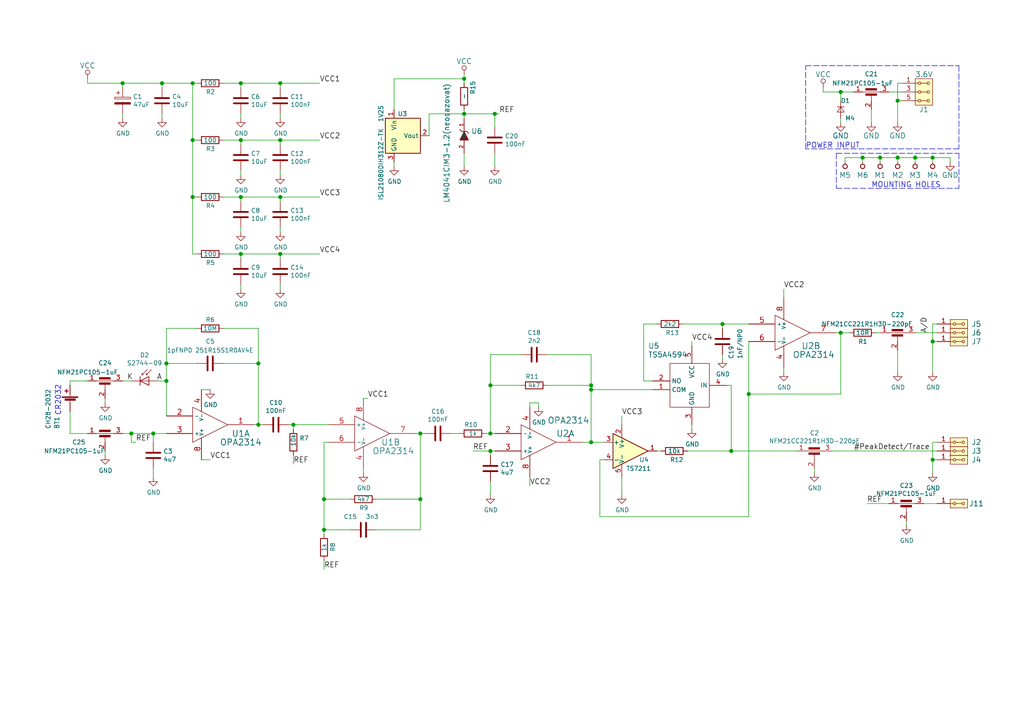
<source format=kicad_sch>
(kicad_sch (version 20211123) (generator eeschema)
  (paper "A4")
  (title_block (date "%F") (company "MLAB www.mlab.cz") (comment 1 "VERSION") (comment 2 "Battery biasedPIN diode\\ncosmic radiation detector") (comment 3 "Martin Kakona <kakl@mlab.cz>") (comment 4 "GPL 3"))
  (lib_symbols
    (symbol "Amplifier_Operational:OP179GRT" (pin_names (offset 0.127))
      (property "Reference" "U" (at 0 5.08 0))
      (property "Value" "OP179GRT" (at 0 -5.08 0))
      (symbol "OP179GRT_0_1"
        (polyline (pts (xy -5.08 5.08) (xy 5.08 0) (xy -5.08 -5.08) (xy -5.08 5.08)) (stroke (width 0.254)) (fill (type background)))
        (pin power_in line (at -2.54 7.62 270) (length 3.81) (name "V+") (number "2"))
        (pin power_in line (at -2.54 -7.62 90) (length 3.81) (name "V-") (number "5"))
      )
      (symbol "OP179GRT_1_1"
        (pin output line (at 7.62 0 180) (length 2.54) (name "~") (number "1"))
        (pin input line (at -7.62 2.54 0) (length 2.54) (name "+") (number "3"))
        (pin input line (at -7.62 -2.54 0) (length 2.54) (name "-") (number "4"))
      )
    )
    (symbol "Device:Battery_Cell" (pin_numbers hide) (pin_names (offset 0) hide)
      (property "Reference" "BT" (at 2.54 2.54 0))
      (property "Value" "Battery_Cell" (at 2.54 0 0))
      (symbol "Battery_Cell_0_1"
        (rectangle (start -2.286 1.778) (end 2.286 1.524) (fill (type outline)))
        (rectangle (start -1.5748 1.1938) (end 1.4732 0.6858) (fill (type outline)))
        (polyline (pts (xy 0 0.762) (xy 0 0)))
        (polyline (pts (xy 0 1.778) (xy 0 2.54)))
        (polyline (pts (xy 0.508 3.429) (xy 1.524 3.429)) (stroke (width 0.254)))
        (polyline (pts (xy 1.016 3.937) (xy 1.016 2.921)) (stroke (width 0.254)))
      )
      (symbol "Battery_Cell_1_1"
        (pin passive line (at 0 5.08 270) (length 2.54) (name "+") (number "1"))
        (pin passive line (at 0 -2.54 90) (length 2.54) (name "-") (number "2"))
      )
    )
    (symbol "Device:C" (pin_numbers hide) (pin_names (offset 0.254))
      (property "Reference" "C" (at 0.635 2.54 0))
      (property "Value" "C" (at 0.635 -2.54 0))
      (symbol "C_0_1"
        (polyline (pts (xy -2.032 -0.762) (xy 2.032 -0.762)) (stroke (width 0.508)))
        (polyline (pts (xy -2.032 0.762) (xy 2.032 0.762)) (stroke (width 0.508)))
      )
      (symbol "C_1_1"
        (pin passive line (at 0 3.81 270) (length 2.794) (name "~") (number "1"))
        (pin passive line (at 0 -3.81 90) (length 2.794) (name "~") (number "2"))
      )
    )
    (symbol "Device:CP" (pin_numbers hide) (pin_names (offset 0.254))
      (property "Reference" "C" (at 0.635 2.54 0))
      (property "Value" "CP" (at 0.635 -2.54 0))
      (symbol "CP_0_1"
        (rectangle (start -2.286 0.508) (end 2.286 1.016))
        (polyline (pts (xy -1.778 2.286) (xy -0.762 2.286)))
        (polyline (pts (xy -1.27 2.794) (xy -1.27 1.778)))
        (rectangle (start 2.286 -0.508) (end -2.286 -1.016) (fill (type outline)))
      )
      (symbol "CP_1_1"
        (pin passive line (at 0 3.81 270) (length 2.794) (name "~") (number "1"))
        (pin passive line (at 0 -3.81 90) (length 2.794) (name "~") (number "2"))
      )
    )
    (symbol "Device:D_Photo" (pin_numbers hide) (pin_names hide)
      (property "Reference" "D" (at 0.508 1.778 0))
      (property "Value" "D_Photo" (at -1.016 -2.794 0))
      (symbol "D_Photo_0_1"
        (polyline (pts (xy -2.54 1.27) (xy -2.54 -1.27)) (stroke (width 0.2032)))
        (polyline (pts (xy -2.032 1.778) (xy -1.524 1.778)))
        (polyline (pts (xy 0 0) (xy -2.54 0)))
        (polyline (pts (xy -0.508 3.302) (xy -2.032 1.778) (xy -2.032 2.286)))
        (polyline (pts (xy 0 -1.27) (xy 0 1.27) (xy -2.54 0) (xy 0 -1.27)) (stroke (width 0.2032)))
        (polyline (pts (xy 0.762 3.302) (xy -0.762 1.778) (xy -0.762 2.286) (xy -0.762 1.778) (xy -0.254 1.778)))
      )
      (symbol "D_Photo_1_1"
        (pin passive line (at -5.08 0 0) (length 2.54) (name "K") (number "1"))
        (pin passive line (at 2.54 0 180) (length 2.54) (name "A") (number "2"))
      )
    )
    (symbol "Device:D_Small" (pin_numbers hide) (pin_names (offset 0.254) hide)
      (property "Reference" "D" (at -1.27 2.032 0))
      (property "Value" "D_Small" (at -3.81 -2.032 0))
      (symbol "D_Small_0_1"
        (polyline (pts (xy -0.762 -1.016) (xy -0.762 1.016)))
        (polyline (pts (xy -0.762 0) (xy 0.762 0)))
        (polyline (pts (xy 0.762 -1.016) (xy -0.762 0) (xy 0.762 1.016) (xy 0.762 -1.016)))
      )
      (symbol "D_Small_1_1"
        (pin passive line (at -2.54 0 0) (length 1.778) (name "K") (number "1"))
        (pin passive line (at 2.54 0 180) (length 1.778) (name "A") (number "2"))
      )
    )
    (symbol "Device:EMI_Filter_C" (pin_names (offset 0.254) hide)
      (property "Reference" "C" (at 0 7.62 0))
      (property "Value" "EMI_Filter_C" (at 0 5.715 0))
      (symbol "EMI_Filter_C_0_1"
        (rectangle (start -1.651 1.524) (end 1.524 2.032) (fill (type outline)))
        (polyline (pts (xy -2.54 2.54) (xy 2.54 2.54)))
        (polyline (pts (xy 0 0) (xy 0 1.778)))
        (rectangle (start 1.524 3.048) (end -1.651 3.556) (fill (type outline)))
      )
      (symbol "EMI_Filter_C_1_1"
        (pin passive line (at -5.08 2.54 0) (length 2.54) (name "1") (number "1"))
        (pin passive line (at 0 -2.54 90) (length 2.54) (name "2") (number "2"))
        (pin passive line (at 5.08 2.54 180) (length 2.54) (name "3") (number "3"))
      )
    )
    (symbol "Device:R" (pin_numbers hide) (pin_names (offset 0))
      (property "Reference" "R" (at 2.032 0 90))
      (property "Value" "R" (at 0 0 90))
      (symbol "R_0_1"
        (rectangle (start -1.016 -2.54) (end 1.016 2.54) (stroke (width 0.254)))
      )
      (symbol "R_1_1"
        (pin passive line (at 0 3.81 270) (length 1.27) (name "~") (number "1"))
        (pin passive line (at 0 -3.81 90) (length 1.27) (name "~") (number "2"))
      )
    )
    (symbol "MLAB_D:LM4041CIM3-1.2" (pin_names (offset 1.016))
      (property "Reference" "U" (at -3.81 5.08 0))
      (property "Value" "LM4041CIM3-1.2" (at 1.27 -5.08 0))
      (symbol "LM4041CIM3-1.2_1_1"
        (polyline (pts (xy 1.27 0) (xy -1.27 1.27) (xy -1.27 -1.27) (xy 1.27 0) (xy 1.27 0)) (fill (type outline)))
        (polyline (pts (xy 1.778 1.27) (xy 1.27 0.762) (xy 1.27 -0.762) (xy 0.762 -1.27) (xy 0.762 -1.27)) (stroke (width 0.2032)))
        (pin passive line (at 5.08 0 180) (length 3.81) (name "K") (number "1"))
        (pin passive line (at -5.08 0 0) (length 3.81) (name "A") (number "2"))
      )
    )
    (symbol "MLAB_HEADER:HEADER_2x01_PARALLEL" (pin_names (offset 1.016))
      (property "Reference" "J" (at 0 -2.54 0))
      (property "Value" "HEADER_2x01_PARALLEL" (at 0 2.54 0))
      (symbol "HEADER_2x01_PARALLEL_0_1"
        (rectangle (start -2.54 1.27) (end 2.54 -1.27) (fill (type background)))
        (circle (center -1.27 0) (radius 0.381))
        (polyline (pts (xy -1.651 0) (xy -2.54 0)))
        (polyline (pts (xy -0.889 0) (xy 0.889 0)))
        (circle (center 1.27 0) (radius 0.381))
      )
      (symbol "HEADER_2x01_PARALLEL_1_1"
        (pin input line (at -6.35 0 0) (length 3.81) (name "~") (number "1"))
        (pin input line (at -6.35 0 0) (length 3.81) hide (name "~") (number "2"))
      )
    )
    (symbol "MLAB_HEADER:HEADER_2x03_PARALLEL" (pin_names (offset 1.016))
      (property "Reference" "J" (at 0 -5.08 0))
      (property "Value" "HEADER_2x03_PARALLEL" (at 0 5.08 0))
      (symbol "HEADER_2x03_PARALLEL_0_1"
        (rectangle (start -2.54 3.81) (end 2.54 -3.81) (fill (type background)))
        (circle (center -1.27 -2.54) (radius 0.381))
        (circle (center -1.27 0) (radius 0.381))
        (circle (center -1.27 2.54) (radius 0.381))
        (polyline (pts (xy -1.651 -2.54) (xy -2.54 -2.54)))
        (polyline (pts (xy -1.651 0) (xy -2.54 0)))
        (polyline (pts (xy -1.651 2.54) (xy -2.54 2.54)))
        (polyline (pts (xy -0.889 -2.54) (xy 0.889 -2.54)))
        (polyline (pts (xy -0.889 0) (xy 0.889 0)))
        (polyline (pts (xy -0.889 2.54) (xy 0.889 2.54)))
        (circle (center 1.27 -2.54) (radius 0.381))
        (circle (center 1.27 0) (radius 0.381))
        (circle (center 1.27 2.54) (radius 0.381))
      )
      (symbol "HEADER_2x03_PARALLEL_1_1"
        (pin input line (at -6.35 2.54 0) (length 3.81) (name "~") (number "1"))
        (pin input line (at -6.35 2.54 0) (length 3.81) hide (name "~") (number "2"))
        (pin input line (at -6.35 0 0) (length 3.81) (name "~") (number "3"))
        (pin input line (at -6.35 0 0) (length 3.81) hide (name "~") (number "4"))
        (pin input line (at -6.35 -2.54 0) (length 3.81) (name "~") (number "5"))
        (pin input line (at -6.35 -2.54 0) (length 3.81) hide (name "~") (number "6"))
      )
    )
    (symbol "MLAB_IO:AD8692"
      (property "Reference" "U" (at 3.81 7.62 0))
      (property "Value" "AD8692" (at 3.81 5.08 0))
      (property "Datasheet" "op_amps/tl071.pdf" (at 0 0 0))
      (symbol "AD8692_0_1"
        (polyline (pts (xy -5.08 5.08) (xy 5.08 0) (xy -5.08 -5.08) (xy -5.08 5.08)))
      )
      (symbol "AD8692_1_1"
        (pin output line (at 12.7 0 180) (length 7.62) (name "~") (number "1"))
        (pin input line (at -12.7 -2.54 0) (length 7.62) (name "-") (number "2"))
        (pin input line (at -12.7 2.54 0) (length 7.62) (name "+") (number "3"))
        (pin passive line (at -2.54 -10.16 90) (length 6.35) (name "V-") (number "4"))
        (pin passive line (at -2.54 10.16 270) (length 6.35) (name "V+") (number "8"))
      )
      (symbol "AD8692_2_1"
        (pin passive line (at -2.54 -10.16 90) (length 6.35) (name "V-") (number "4"))
        (pin input line (at -12.7 2.54 0) (length 7.62) (name "+") (number "5"))
        (pin input line (at -12.7 -2.54 0) (length 7.62) (name "-") (number "6"))
        (pin output line (at 12.7 0 180) (length 7.62) (name "~") (number "7"))
        (pin passive line (at -2.54 10.16 270) (length 6.35) (name "V+") (number "8"))
      )
    )
    (symbol "MLAB_IO:TS5A4594"
      (property "Reference" "U" (at 3.81 7.62 0))
      (property "Value" "TS5A4594" (at 6.35 -7.62 0))
      (symbol "TS5A4594_0_1"
        (rectangle (start -6.35 6.35) (end 5.08 -6.35))
      )
      (symbol "TS5A4594_1_1"
        (pin passive line (at -11.43 -1.27 0) (length 5.08) (name "COM") (number "1"))
        (pin passive line (at -11.43 1.27 0) (length 5.08) (name "NO") (number "2"))
        (pin power_in line (at 0 -11.43 90) (length 5.08) (name "GND") (number "3"))
        (pin bidirectional line (at 10.16 0 180) (length 5.08) (name "IN") (number "4"))
        (pin power_in line (at 0 11.43 270) (length 5.08) (name "VCC") (number "5"))
      )
    )
    (symbol "MLAB_MECHANICAL:HOLE" (pin_numbers hide) (pin_names (offset 1.016) hide)
      (property "Reference" "M" (at 0 2.54 0))
      (property "Value" "HOLE" (at 0 -2.54 0))
      (symbol "HOLE_0_1"
        (circle (center 0 0) (radius 0.635) (stroke (width 0.254)))
      )
      (symbol "HOLE_1_1"
        (pin input line (at 1.27 0 180) (length 0.635) (name "~") (number "1"))
      )
    )
    (symbol "Reference_Voltage:ISL21070CIH320Z-TK"
      (property "Reference" "U" (at -0.635 8.255 0))
      (property "Value" "ISL21070CIH320Z-TK" (at -1.905 6.35 0))
      (symbol "ISL21070CIH320Z-TK_0_1"
        (rectangle (start -5.08 5.08) (end 5.08 -5.08) (stroke (width 0.254)) (fill (type background)))
      )
      (symbol "ISL21070CIH320Z-TK_1_1"
        (pin power_in line (at -2.54 7.62 270) (length 2.54) (name "Vin") (number "1"))
        (pin power_out line (at 7.62 0 180) (length 2.54) (name "Vout") (number "2"))
        (pin power_in line (at -2.54 -7.62 90) (length 2.54) (name "GND") (number "3"))
      )
    )
    (symbol "power:GND" (power) (pin_names (offset 0))
      (property "Value" "GND" (at 0 -3.81 0))
      (symbol "GND_0_1"
        (polyline (pts (xy 0 0) (xy 0 -1.27) (xy 1.27 -1.27) (xy 0 -2.54) (xy -1.27 -1.27) (xy 0 -1.27)))
      )
      (symbol "GND_1_1"
        (pin power_in line (at 0 0 270) (length 0) hide (name "GND") (number "1"))
      )
    )
    (symbol "power:VCC" (power) (pin_names (offset 0))
      (property "Value" "VCC" (at 0 3.81 0))
      (symbol "VCC_0_1"
        (polyline (pts (xy 0 0) (xy 0 1.27)))
        (circle (center 0 1.905) (radius 0.635))
      )
      (symbol "VCC_1_1"
        (pin power_in line (at 0 0 90) (length 0) hide (name "VCC") (number "1"))
      )
    )
  )
  (junction (at 93.98 153.67) (diameter 1.016))
  (junction (at 260.35 45.72) (diameter 1.016))
  (junction (at 121.92 144.78) (diameter 1.016))
  (junction (at 142.24 111.76) (diameter 1.016))
  (junction (at 69.85 40.64) (diameter 1.016))
  (junction (at 121.92 125.73) (diameter 1.016))
  (junction (at 69.85 24.13) (diameter 1.016))
  (junction (at 134.62 22.86) (diameter 1.016))
  (junction (at 74.93 123.19) (diameter 1.016))
  (junction (at 38.1 125.73) (diameter 1.016))
  (junction (at 265.43 45.72) (diameter 1.016))
  (junction (at 260.35 29.21) (diameter 1.016))
  (junction (at 270.51 99.06) (diameter 1.016))
  (junction (at 85.09 123.19) (diameter 1.016))
  (junction (at 171.45 113.03) (diameter 1.016))
  (junction (at 217.17 114.3) (diameter 1.016))
  (junction (at 243.84 96.52) (diameter 1.016))
  (junction (at 255.27 45.72) (diameter 1.016))
  (junction (at 35.56 24.13) (diameter 1.016))
  (junction (at 142.24 130.81) (diameter 1.016))
  (junction (at 74.93 105.41) (diameter 1.016))
  (junction (at 93.98 144.78) (diameter 1.016))
  (junction (at 212.09 130.81) (diameter 1.016))
  (junction (at 209.55 93.98) (diameter 1.016))
  (junction (at 81.28 57.15) (diameter 1.016))
  (junction (at 134.62 33.02) (diameter 1.016))
  (junction (at 55.88 24.13) (diameter 1.016))
  (junction (at 171.45 128.27) (diameter 1.016))
  (junction (at 46.99 24.13) (diameter 1.016))
  (junction (at 69.85 73.66) (diameter 1.016))
  (junction (at 171.45 111.76) (diameter 1.016))
  (junction (at 55.88 40.64) (diameter 1.016))
  (junction (at 270.51 133.35) (diameter 1.016))
  (junction (at 55.88 57.15) (diameter 1.016))
  (junction (at 81.28 40.64) (diameter 1.016))
  (junction (at 81.28 73.66) (diameter 1.016))
  (junction (at 243.84 26.67) (diameter 1.016))
  (junction (at 69.85 57.15) (diameter 1.016))
  (junction (at 48.26 110.49) (diameter 1.016))
  (junction (at 250.19 45.72) (diameter 1.016))
  (junction (at 143.51 33.02) (diameter 1.016))
  (junction (at 44.45 125.73) (diameter 1.016))
  (junction (at 81.28 24.13) (diameter 1.016))
  (junction (at 48.26 105.41) (diameter 1.016))
  (junction (at 270.51 45.72) (diameter 1.016))
  (junction (at 142.24 125.73) (diameter 1.016))
  (wire (pts (xy 260.35 24.13) (xy 260.35 29.21)))
  (wire (pts (xy 25.4 22.86) (xy 25.4 24.13)))
  (wire (pts (xy 186.69 93.98) (xy 190.5 93.98)))
  (wire (pts (xy 69.85 67.31) (xy 69.85 66.04)))
  (wire (pts (xy 180.34 123.19) (xy 180.34 120.65)))
  (wire (pts (xy 270.51 46.99) (xy 270.51 45.72)))
  (wire (pts (xy 243.84 35.56) (xy 243.84 34.29)))
  (wire (pts (xy 81.28 25.4) (xy 81.28 24.13)))
  (wire (pts (xy 81.28 58.42) (xy 81.28 57.15)))
  (wire (pts (xy 35.56 34.29) (xy 35.56 33.02)))
  (wire (pts (xy 151.13 111.76) (xy 142.24 111.76)))
  (wire (pts (xy 74.93 95.25) (xy 74.93 105.41)))
  (wire (pts (xy 143.51 48.26) (xy 143.51 44.45)))
  (wire (pts (xy 275.59 46.99) (xy 275.59 45.72)))
  (wire (pts (xy 105.41 115.57) (xy 106.68 115.57)))
  (polyline (pts (xy 278.13 43.18) (xy 233.68 43.18)) (stroke (width 0) (type dash)))
  (wire (pts (xy 57.15 95.25) (xy 48.26 95.25)))
  (wire (pts (xy 74.93 105.41) (xy 74.93 123.19)))
  (wire (pts (xy 121.92 153.67) (xy 121.92 144.78)))
  (wire (pts (xy 44.45 128.27) (xy 44.45 125.73)))
  (wire (pts (xy 20.32 111.76) (xy 20.32 110.49)))
  (wire (pts (xy 171.45 128.27) (xy 175.26 128.27)))
  (wire (pts (xy 48.26 105.41) (xy 57.15 105.41)))
  (wire (pts (xy 275.59 45.72) (xy 270.51 45.72)))
  (polyline (pts (xy 278.13 19.05) (xy 278.13 43.18)) (stroke (width 0) (type dash)))
  (wire (pts (xy 58.42 113.03) (xy 60.96 113.03)))
  (wire (pts (xy 83.82 123.19) (xy 85.09 123.19)))
  (wire (pts (xy 134.62 34.29) (xy 134.62 33.02)))
  (wire (pts (xy 58.42 133.35) (xy 60.96 133.35)))
  (wire (pts (xy 212.09 111.76) (xy 212.09 130.81)))
  (wire (pts (xy 227.33 107.95) (xy 227.33 106.68)))
  (wire (pts (xy 69.85 73.66) (xy 81.28 73.66)))
  (wire (pts (xy 265.43 96.52) (xy 271.78 96.52)))
  (wire (pts (xy 199.39 130.81) (xy 212.09 130.81)))
  (wire (pts (xy 69.85 24.13) (xy 81.28 24.13)))
  (wire (pts (xy 142.24 102.87) (xy 151.13 102.87)))
  (wire (pts (xy 243.84 96.52) (xy 243.84 114.3)))
  (wire (pts (xy 153.67 116.84) (xy 156.21 116.84)))
  (wire (pts (xy 142.24 130.81) (xy 142.24 132.08)))
  (wire (pts (xy 74.93 123.19) (xy 73.66 123.19)))
  (wire (pts (xy 227.33 86.36) (xy 227.33 83.82)))
  (wire (pts (xy 55.88 24.13) (xy 55.88 40.64)))
  (wire (pts (xy 260.35 45.72) (xy 255.27 45.72)))
  (wire (pts (xy 171.45 113.03) (xy 189.23 113.03)))
  (wire (pts (xy 171.45 111.76) (xy 171.45 113.03)))
  (polyline (pts (xy 278.13 44.45) (xy 278.13 54.61)) (stroke (width 0) (type dash)))
  (wire (pts (xy 81.28 73.66) (xy 92.71 73.66)))
  (wire (pts (xy 120.65 125.73) (xy 121.92 125.73)))
  (wire (pts (xy 69.85 41.91) (xy 69.85 40.64)))
  (wire (pts (xy 255.27 45.72) (xy 255.27 46.99)))
  (wire (pts (xy 143.51 33.02) (xy 144.78 33.02)))
  (wire (pts (xy 85.09 132.08) (xy 85.09 134.62)))
  (wire (pts (xy 142.24 125.73) (xy 143.51 125.73)))
  (wire (pts (xy 217.17 114.3) (xy 217.17 149.86)))
  (wire (pts (xy 85.09 124.46) (xy 85.09 123.19)))
  (wire (pts (xy 173.99 133.35) (xy 175.26 133.35)))
  (wire (pts (xy 81.28 24.13) (xy 92.71 24.13)))
  (wire (pts (xy 243.84 29.21) (xy 243.84 26.67)))
  (wire (pts (xy 20.32 125.73) (xy 25.4 125.73)))
  (wire (pts (xy 243.84 96.52) (xy 246.38 96.52)))
  (wire (pts (xy 236.22 137.16) (xy 236.22 135.89)))
  (wire (pts (xy 48.26 110.49) (xy 48.26 120.65)))
  (wire (pts (xy 189.23 110.49) (xy 186.69 110.49)))
  (wire (pts (xy 64.77 95.25) (xy 74.93 95.25)))
  (wire (pts (xy 238.76 26.67) (xy 238.76 25.4)))
  (wire (pts (xy 241.3 130.81) (xy 271.78 130.81)))
  (wire (pts (xy 114.3 48.26) (xy 114.3 46.99)))
  (wire (pts (xy 55.88 57.15) (xy 55.88 73.66)))
  (wire (pts (xy 64.77 105.41) (xy 74.93 105.41)))
  (wire (pts (xy 142.24 139.7) (xy 142.24 143.51)))
  (wire (pts (xy 209.55 93.98) (xy 209.55 95.25)))
  (wire (pts (xy 271.78 133.35) (xy 270.51 133.35)))
  (wire (pts (xy 261.62 29.21) (xy 260.35 29.21)))
  (wire (pts (xy 81.28 41.91) (xy 81.28 40.64)))
  (wire (pts (xy 85.09 123.19) (xy 95.25 123.19)))
  (wire (pts (xy 93.98 162.56) (xy 93.98 165.1)))
  (wire (pts (xy 217.17 99.06) (xy 217.17 114.3)))
  (wire (pts (xy 38.1 125.73) (xy 44.45 125.73)))
  (wire (pts (xy 69.85 50.8) (xy 69.85 49.53)))
  (wire (pts (xy 81.28 40.64) (xy 92.71 40.64)))
  (wire (pts (xy 109.22 153.67) (xy 121.92 153.67)))
  (wire (pts (xy 243.84 26.67) (xy 247.65 26.67)))
  (wire (pts (xy 265.43 46.99) (xy 265.43 45.72)))
  (wire (pts (xy 55.88 24.13) (xy 57.15 24.13)))
  (wire (pts (xy 69.85 25.4) (xy 69.85 24.13)))
  (wire (pts (xy 270.51 133.35) (xy 270.51 137.16)))
  (wire (pts (xy 212.09 130.81) (xy 231.14 130.81)))
  (wire (pts (xy 57.15 40.64) (xy 55.88 40.64)))
  (wire (pts (xy 142.24 125.73) (xy 142.24 111.76)))
  (wire (pts (xy 260.35 107.95) (xy 260.35 101.6)))
  (wire (pts (xy 200.66 124.46) (xy 200.66 123.19)))
  (wire (pts (xy 35.56 24.13) (xy 46.99 24.13)))
  (wire (pts (xy 44.45 125.73) (xy 48.26 125.73)))
  (wire (pts (xy 46.99 24.13) (xy 55.88 24.13)))
  (wire (pts (xy 134.62 33.02) (xy 143.51 33.02)))
  (wire (pts (xy 261.62 24.13) (xy 260.35 24.13)))
  (wire (pts (xy 186.69 110.49) (xy 186.69 93.98)))
  (polyline (pts (xy 242.57 44.45) (xy 278.13 44.45)) (stroke (width 0) (type dash)))
  (wire (pts (xy 64.77 57.15) (xy 69.85 57.15)))
  (wire (pts (xy 30.48 116.84) (xy 30.48 115.57)))
  (wire (pts (xy 134.62 48.26) (xy 134.62 44.45)))
  (wire (pts (xy 95.25 128.27) (xy 93.98 128.27)))
  (wire (pts (xy 101.6 153.67) (xy 93.98 153.67)))
  (wire (pts (xy 93.98 144.78) (xy 93.98 153.67)))
  (wire (pts (xy 124.46 33.02) (xy 124.46 39.37)))
  (wire (pts (xy 209.55 104.14) (xy 209.55 102.87)))
  (wire (pts (xy 130.81 125.73) (xy 133.35 125.73)))
  (wire (pts (xy 74.93 123.19) (xy 76.2 123.19)))
  (wire (pts (xy 64.77 73.66) (xy 69.85 73.66)))
  (wire (pts (xy 20.32 110.49) (xy 25.4 110.49)))
  (wire (pts (xy 81.28 67.31) (xy 81.28 66.04)))
  (wire (pts (xy 254 96.52) (xy 255.27 96.52)))
  (wire (pts (xy 190.5 130.81) (xy 191.77 130.81)))
  (wire (pts (xy 30.48 132.08) (xy 30.48 130.81)))
  (wire (pts (xy 245.11 45.72) (xy 245.11 46.99)))
  (wire (pts (xy 171.45 113.03) (xy 171.45 128.27)))
  (wire (pts (xy 142.24 111.76) (xy 142.24 102.87)))
  (wire (pts (xy 69.85 57.15) (xy 81.28 57.15)))
  (wire (pts (xy 140.97 125.73) (xy 142.24 125.73)))
  (wire (pts (xy 257.81 26.67) (xy 261.62 26.67)))
  (wire (pts (xy 238.76 26.67) (xy 243.84 26.67)))
  (wire (pts (xy 180.34 143.51) (xy 180.34 138.43)))
  (wire (pts (xy 35.56 110.49) (xy 38.1 110.49)))
  (wire (pts (xy 270.51 99.06) (xy 270.51 107.95)))
  (wire (pts (xy 93.98 153.67) (xy 93.98 154.94)))
  (wire (pts (xy 81.28 34.29) (xy 81.28 33.02)))
  (polyline (pts (xy 233.68 19.05) (xy 278.13 19.05)) (stroke (width 0) (type dash)))
  (wire (pts (xy 121.92 125.73) (xy 123.19 125.73)))
  (wire (pts (xy 64.77 40.64) (xy 69.85 40.64)))
  (wire (pts (xy 243.84 114.3) (xy 217.17 114.3)))
  (wire (pts (xy 81.28 57.15) (xy 92.71 57.15)))
  (wire (pts (xy 48.26 95.25) (xy 48.26 105.41)))
  (wire (pts (xy 267.97 146.05) (xy 271.78 146.05)))
  (wire (pts (xy 212.09 111.76) (xy 210.82 111.76)))
  (wire (pts (xy 271.78 128.27) (xy 270.51 128.27)))
  (wire (pts (xy 20.32 119.38) (xy 20.32 125.73)))
  (wire (pts (xy 198.12 93.98) (xy 209.55 93.98)))
  (wire (pts (xy 134.62 24.13) (xy 134.62 22.86)))
  (wire (pts (xy 270.51 45.72) (xy 265.43 45.72)))
  (wire (pts (xy 101.6 144.78) (xy 93.98 144.78)))
  (wire (pts (xy 134.62 33.02) (xy 134.62 31.75)))
  (wire (pts (xy 69.85 74.93) (xy 69.85 73.66)))
  (wire (pts (xy 35.56 25.4) (xy 35.56 24.13)))
  (wire (pts (xy 143.51 130.81) (xy 142.24 130.81)))
  (wire (pts (xy 35.56 125.73) (xy 38.1 125.73)))
  (wire (pts (xy 250.19 45.72) (xy 245.11 45.72)))
  (wire (pts (xy 69.85 34.29) (xy 69.85 33.02)))
  (wire (pts (xy 270.51 128.27) (xy 270.51 133.35)))
  (wire (pts (xy 38.1 128.27) (xy 39.37 128.27)))
  (wire (pts (xy 265.43 45.72) (xy 260.35 45.72)))
  (wire (pts (xy 55.88 73.66) (xy 57.15 73.66)))
  (wire (pts (xy 171.45 102.87) (xy 171.45 111.76)))
  (wire (pts (xy 168.91 128.27) (xy 171.45 128.27)))
  (wire (pts (xy 121.92 125.73) (xy 121.92 144.78)))
  (wire (pts (xy 217.17 149.86) (xy 173.99 149.86)))
  (wire (pts (xy 251.46 146.05) (xy 257.81 146.05)))
  (wire (pts (xy 200.66 100.33) (xy 200.66 99.06)))
  (wire (pts (xy 252.73 35.56) (xy 252.73 31.75)))
  (wire (pts (xy 114.3 22.86) (xy 114.3 31.75)))
  (wire (pts (xy 64.77 24.13) (xy 69.85 24.13)))
  (wire (pts (xy 105.41 137.16) (xy 105.41 135.89)))
  (wire (pts (xy 158.75 102.87) (xy 171.45 102.87)))
  (wire (pts (xy 81.28 50.8) (xy 81.28 49.53)))
  (wire (pts (xy 25.4 24.13) (xy 35.56 24.13)))
  (wire (pts (xy 173.99 149.86) (xy 173.99 133.35)))
  (wire (pts (xy 55.88 40.64) (xy 55.88 57.15)))
  (wire (pts (xy 46.99 34.29) (xy 46.99 33.02)))
  (wire (pts (xy 260.35 29.21) (xy 260.35 35.56)))
  (wire (pts (xy 69.85 40.64) (xy 81.28 40.64)))
  (wire (pts (xy 153.67 138.43) (xy 153.67 140.97)))
  (wire (pts (xy 81.28 74.93) (xy 81.28 73.66)))
  (wire (pts (xy 153.67 118.11) (xy 153.67 116.84)))
  (wire (pts (xy 242.57 96.52) (xy 243.84 96.52)))
  (wire (pts (xy 156.21 116.84) (xy 156.21 118.11)))
  (wire (pts (xy 137.16 130.81) (xy 142.24 130.81)))
  (wire (pts (xy 134.62 22.86) (xy 134.62 21.59)))
  (wire (pts (xy 44.45 138.43) (xy 44.45 135.89)))
  (wire (pts (xy 270.51 93.98) (xy 270.51 99.06)))
  (wire (pts (xy 134.62 22.86) (xy 114.3 22.86)))
  (wire (pts (xy 121.92 144.78) (xy 109.22 144.78)))
  (wire (pts (xy 57.15 57.15) (xy 55.88 57.15)))
  (wire (pts (xy 69.85 58.42) (xy 69.85 57.15)))
  (wire (pts (xy 271.78 93.98) (xy 270.51 93.98)))
  (wire (pts (xy 45.72 110.49) (xy 48.26 110.49)))
  (polyline (pts (xy 233.68 43.18) (xy 233.68 19.05)) (stroke (width 0) (type dash)))
  (polyline (pts (xy 242.57 44.45) (xy 242.57 54.61)) (stroke (width 0) (type dash)))
  (wire (pts (xy 262.89 152.4) (xy 262.89 151.13)))
  (wire (pts (xy 124.46 33.02) (xy 134.62 33.02)))
  (polyline (pts (xy 242.57 54.61) (xy 278.13 54.61)) (stroke (width 0) (type dash)))
  (wire (pts (xy 46.99 25.4) (xy 46.99 24.13)))
  (wire (pts (xy 260.35 46.99) (xy 260.35 45.72)))
  (wire (pts (xy 158.75 111.76) (xy 171.45 111.76)))
  (wire (pts (xy 209.55 93.98) (xy 217.17 93.98)))
  (wire (pts (xy 81.28 83.82) (xy 81.28 82.55)))
  (wire (pts (xy 250.19 45.72) (xy 255.27 45.72)))
  (wire (pts (xy 48.26 105.41) (xy 48.26 110.49)))
  (wire (pts (xy 38.1 125.73) (xy 38.1 128.27)))
  (wire (pts (xy 69.85 83.82) (xy 69.85 82.55)))
  (wire (pts (xy 250.19 46.99) (xy 250.19 45.72)))
  (wire (pts (xy 93.98 128.27) (xy 93.98 144.78)))
  (wire (pts (xy 271.78 99.06) (xy 270.51 99.06)))
  (wire (pts (xy 143.51 33.02) (xy 143.51 36.83)))
  (text "CR2032" (at 17.78 120.65 90) (effects (font (size 1.524 1.524)) (justify left bottom)))
  (text "POWER INPUT" (at 233.68 43.18 0) (effects (font (size 1.524 1.524)) (justify left bottom)))
  (text "MOUNTING HOLES" (at 252.73 54.61 0) (effects (font (size 1.524 1.524)) (justify left bottom)))
  (label "REF" (at 137.16 130.81 0) (effects (font (size 1.524 1.524))))
  (label "VCC2" (at 227.33 83.82 0) (effects (font (size 1.524 1.524))))
  (label "K" (at 36.83 110.49 0) (effects (font (size 1.524 1.524))))
  (label "VCC4" (at 200.66 99.06 0) (effects (font (size 1.524 1.524))))
  (label "REF" (at 85.09 134.62 0) (effects (font (size 1.524 1.524))))
  (label "VCC3" (at 180.34 120.65 0) (effects (font (size 1.524 1.524))))
  (label "A" (at 46.99 110.49 180) (effects (font (size 1.524 1.524))))
  (label "REF" (at 39.37 128.27 0) (effects (font (size 1.524 1.524))))
  (label "VCC1" (at 92.71 24.13 0) (effects (font (size 1.524 1.524))))
  (label "VCC3" (at 92.71 57.15 0) (effects (font (size 1.524 1.524))))
  (label "REF" (at 251.46 146.05 0) (effects (font (size 1.524 1.524))))
  (label "VCC2" (at 92.71 40.64 0) (effects (font (size 1.524 1.524))))
  (label "VCC1" (at 106.68 115.57 0) (effects (font (size 1.524 1.524))))
  (label "VCC2" (at 153.67 140.97 0) (effects (font (size 1.524 1.524))))
  (label "REF" (at 144.78 33.02 0) (effects (font (size 1.524 1.524))))
  (label "VCC4" (at 92.71 73.66 0) (effects (font (size 1.524 1.524))))
  (label "#PeakDetect/Trace" (at 247.65 130.81 0) (effects (font (size 1.524 1.524))))
  (label "VCC1" (at 60.96 133.35 0) (effects (font (size 1.524 1.524))))
  (label "A/D" (at 269.24 96.52 90) (effects (font (size 1.524 1.524))))
  (label "REF" (at 93.98 165.1 0) (effects (font (size 1.524 1.524))))
  (symbol (lib_id "MLAB_HEADER:HEADER_2x03_PARALLEL") (at 267.97 26.67 0) (unit 1)
    (property "Reference" "J1" (at 267.97 31.75 0) (effects (font (size 1.524 1.524))))
    (property "Value" "3.6V" (at 267.97 21.59 0) (effects (font (size 1.524 1.524))))
    (property "Footprint" "Mlab_Pin_Headers:Straight_2x03" (effects hide))
  )
  (symbol (lib_id "power:VCC") (at 238.76 25.4 0) (unit 1)
    (property "Reference" "#PWR01" (effects hide))
    (property "Value" "VCC" (at 238.76 21.59 0) (effects (font (size 1.524 1.524))))
  )
  (symbol (lib_id "power:GND") (at 260.35 35.56 0) (unit 1)
    (property "Reference" "#PWR02" (effects hide))
    (property "Value" "GND" (at 260.35 39.37 0) (effects (font (size 1.524 1.524))))
  )
  (symbol (lib_id "MLAB_MECHANICAL:HOLE") (at 255.27 48.26 90) (unit 1)
    (property "Reference" "M1" (at 255.27 50.8 90) (effects (font (size 1.524 1.524))))
    (property "Value" "HOLE" (effects hide))
    (property "Footprint" "Mlab_Mechanical:MountingHole_3mm" (effects hide))
  )
  (symbol (lib_id "MLAB_MECHANICAL:HOLE") (at 260.35 48.26 90) (unit 1)
    (property "Reference" "M2" (at 260.35 50.8 90) (effects (font (size 1.524 1.524))))
    (property "Value" "HOLE" (effects hide))
    (property "Footprint" "Mlab_Mechanical:MountingHole_3mm" (effects hide))
  )
  (symbol (lib_id "Device:D_Small") (at 243.84 31.75 90) (mirror x) (unit 1)
    (property "Reference" "D1" (at 243.84 29.21 90) (effects (justify right)))
    (property "Value" "M4" (at 245.11 34.29 90) (effects (justify right)))
    (property "Footprint" "Mlab_D:Diode-SMA_Standard" (effects hide))
  )
  (symbol (lib_id "MLAB_IO:AD8692") (at 60.96 123.19 0) (mirror x) (unit 1)
    (property "Reference" "U1" (at 69.85 125.73 0) (effects (font (size 1.778 1.778))))
    (property "Value" "OPA2314" (at 69.85 128.27 0) (effects (font (size 1.778 1.778))))
    (property "Footprint" "Mlab_IO:SOIC-8_3.9x4.9mm_Pitch1.27mm" (effects hide))
  )
  (symbol (lib_id "MLAB_IO:AD8692") (at 156.21 128.27 0) (mirror x) (unit 1)
    (property "Reference" "U2" (at 161.29 125.73 0) (effects (font (size 1.778 1.778)) (justify left)))
    (property "Value" "OPA2314" (at 158.75 121.92 0) (effects (font (size 1.778 1.778)) (justify left)))
    (property "Footprint" "Mlab_IO:SOIC-8_3.9x4.9mm_Pitch1.27mm" (effects hide))
  )
  (symbol (lib_id "MLAB_IO:AD8692") (at 107.95 125.73 0) (unit 2)
    (property "Reference" "U1" (at 110.49 128.27 0) (effects (font (size 1.778 1.778)) (justify left)))
    (property "Value" "OPA2314" (at 107.95 130.81 0) (effects (font (size 1.778 1.778)) (justify left)))
    (property "Footprint" "Mlab_IO:SOIC-8_3.9x4.9mm_Pitch1.27mm" (effects hide))
  )
  (symbol (lib_id "MLAB_IO:AD8692") (at 229.87 96.52 0) (unit 2)
    (property "Reference" "U2" (at 232.41 100.33 0) (effects (font (size 1.778 1.778)) (justify left)))
    (property "Value" "OPA2314" (at 229.87 102.87 0) (effects (font (size 1.778 1.778)) (justify left)))
    (property "Footprint" "Mlab_IO:SOIC-8_3.9x4.9mm_Pitch1.27mm" (effects hide))
  )
  (symbol (lib_id "Device:C") (at 44.45 132.08 0) (unit 1)
    (property "Reference" "C3" (at 47.371 130.9116 0) (effects (justify left)))
    (property "Value" "4u7" (at 47.371 133.223 0) (effects (justify left)))
    (property "Footprint" "Mlab_R:SMD-0805" (effects hide))
  )
  (symbol (lib_id "power:GND") (at 60.96 113.03 0) (unit 1)
    (property "Reference" "#PWR04" (effects hide))
    (property "Value" "GND" (at 61.087 117.4242 0))
  )
  (symbol (lib_id "power:GND") (at 105.41 137.16 0) (unit 1)
    (property "Reference" "#PWR05" (effects hide))
    (property "Value" "GND" (at 105.537 141.5542 0))
  )
  (symbol (lib_id "power:GND") (at 44.45 138.43 0) (unit 1)
    (property "Reference" "#PWR06" (effects hide))
    (property "Value" "GND" (at 44.577 142.8242 0))
  )
  (symbol (lib_id "Device:Battery_Cell") (at 20.32 116.84 0) (mirror y) (unit 1)
    (property "Reference" "BT1" (at 16.51 124.46 90) (effects (justify left)))
    (property "Value" "CH28-2032" (at 13.97 124.46 90) (effects (justify left)))
    (property "Footprint" "Mlab_Batery:CH28-2032" (effects hide))
  )
  (symbol (lib_id "Device:D_Photo") (at 43.18 110.49 0) (unit 1)
    (property "Reference" "D2" (at 41.91 102.997 0))
    (property "Value" "S2744-09" (at 41.91 105.3084 0))
    (property "Footprint" "Mlab_D:HAMAMATSU_S2744-09_rozs" (effects hide))
  )
  (symbol (lib_id "Device:C") (at 60.96 105.41 270) (unit 1)
    (property "Reference" "C5" (at 60.96 99.0092 90))
    (property "Value" "1pFNP0 251R15S1R0AV4E" (at 60.96 101.6 90))
    (property "Footprint" "Mlab_R:SMD-0805" (effects hide))
  )
  (symbol (lib_id "Device:R") (at 60.96 95.25 270) (unit 1)
    (property "Reference" "R6" (at 60.96 92.71 90))
    (property "Value" "10M" (at 60.96 95.25 90))
    (property "Footprint" "Mlab_R:SMD-0805" (effects hide))
  )
  (symbol (lib_id "Device:R") (at 85.09 128.27 180) (unit 1)
    (property "Reference" "R7" (at 86.868 127.1016 0) (effects (justify right)))
    (property "Value" "10k" (at 85.09 129.54 90) (effects (justify right)))
    (property "Footprint" "Mlab_R:SMD-0805" (effects hide))
  )
  (symbol (lib_id "Device:C") (at 80.01 123.19 270) (unit 1)
    (property "Reference" "C10" (at 80.01 116.7892 90))
    (property "Value" "100nF" (at 80.01 119.1006 90))
    (property "Footprint" "Mlab_R:SMD-0805" (effects hide))
  )
  (symbol (lib_id "Device:R") (at 105.41 144.78 270) (unit 1)
    (property "Reference" "R9" (at 104.14 147.32 90) (effects (justify left)))
    (property "Value" "4k7" (at 105.41 144.78 90))
    (property "Footprint" "Mlab_R:SMD-0805" (effects hide))
  )
  (symbol (lib_id "Device:C") (at 105.41 153.67 270) (unit 1)
    (property "Reference" "C15" (at 101.6 149.86 90))
    (property "Value" "3n3" (at 107.95 149.86 90))
    (property "Footprint" "Mlab_R:SMD-0805" (effects hide))
  )
  (symbol (lib_id "Device:R") (at 93.98 158.75 0) (unit 1)
    (property "Reference" "R8" (at 96.52 160.02 90) (effects (justify left)))
    (property "Value" "1k" (at 93.98 158.75 90))
    (property "Footprint" "Mlab_R:SMD-0805" (effects hide))
  )
  (symbol (lib_id "Device:C") (at 127 125.73 270) (unit 1)
    (property "Reference" "C16" (at 127 119.3292 90))
    (property "Value" "100nF" (at 127 121.6406 90))
    (property "Footprint" "Mlab_R:SMD-0805" (effects hide))
  )
  (symbol (lib_id "Device:R") (at 137.16 125.73 270) (unit 1)
    (property "Reference" "R10" (at 134.62 123.19 90) (effects (justify left)))
    (property "Value" "1k" (at 137.16 125.73 90))
    (property "Footprint" "Mlab_R:SMD-0805" (effects hide))
  )
  (symbol (lib_id "Amplifier_Operational:OP179GRT") (at 182.88 130.81 0) (unit 1)
    (property "Reference" "U4" (at 185.42 133.35 0) (effects (justify left)))
    (property "Value" "TS7211" (at 181.61 135.89 0) (effects (justify left)))
    (property "Footprint" "Package_TO_SOT_SMD:SOT-23-5_HandSoldering" (effects hide))
    (property "Datasheet" "http://www.analog.com/media/en/technical-documentation/data-sheets/OP179_279.pdf" (effects hide))
  )
  (symbol (lib_id "MLAB_IO:TS5A4594") (at 200.66 111.76 0) (unit 1)
    (property "Reference" "U5" (at 187.96 100.33 0) (effects (font (size 1.524 1.524)) (justify left)))
    (property "Value" "TS5A4594" (at 187.96 102.87 0) (effects (font (size 1.524 1.524)) (justify left)))
    (property "Footprint" "Package_TO_SOT_SMD:SOT-23-5_HandSoldering" (effects hide))
  )
  (symbol (lib_id "Device:R") (at 195.58 130.81 270) (unit 1)
    (property "Reference" "R12" (at 194.31 133.35 90) (effects (justify left)))
    (property "Value" "10k" (at 195.58 130.81 90))
    (property "Footprint" "Mlab_R:SMD-0805" (effects hide))
  )
  (symbol (lib_id "Device:R") (at 194.31 93.98 270) (unit 1)
    (property "Reference" "R13" (at 193.04 96.52 90) (effects (justify left)))
    (property "Value" "2k2" (at 194.31 93.98 90))
    (property "Footprint" "Mlab_R:SMD-0805" (effects hide))
  )
  (symbol (lib_id "Device:C") (at 209.55 99.06 0) (unit 1)
    (property "Reference" "C19" (at 212.09 104.14 90) (effects (justify left)))
    (property "Value" "1nF/NP0" (at 214.63 104.14 90) (effects (justify left)))
    (property "Footprint" "Mlab_R:SMD-0805" (effects hide))
  )
  (symbol (lib_id "MLAB_MECHANICAL:HOLE") (at 265.43 48.26 90) (unit 1)
    (property "Reference" "M3" (at 265.43 50.8 90) (effects (font (size 1.524 1.524))))
    (property "Value" "HOLE" (effects hide))
    (property "Footprint" "Mlab_Mechanical:MountingHole_3mm" (effects hide))
  )
  (symbol (lib_id "MLAB_MECHANICAL:HOLE") (at 270.51 48.26 90) (unit 1)
    (property "Reference" "M4" (at 270.51 50.8 90) (effects (font (size 1.524 1.524))))
    (property "Value" "HOLE" (effects hide))
    (property "Footprint" "Mlab_Mechanical:MountingHole_3mm" (effects hide))
  )
  (symbol (lib_id "power:GND") (at 275.59 46.99 0) (unit 1)
    (property "Reference" "#PWR03" (effects hide))
    (property "Value" "GND" (at 275.59 50.8 0) (effects (font (size 1.524 1.524))))
  )
  (symbol (lib_id "power:GND") (at 156.21 118.11 0) (unit 1)
    (property "Reference" "#PWR07" (effects hide))
    (property "Value" "GND" (at 156.337 122.5042 0))
  )
  (symbol (lib_id "Reference_Voltage:ISL21070CIH320Z-TK") (at 116.84 39.37 0) (unit 1)
    (property "Reference" "U3" (at 118.11 33.02 0) (effects (justify right)))
    (property "Value" "ISL21080DIH312Z-TK  1V25" (at 110.49 30.48 90) (effects (justify right)))
    (property "Footprint" "Package_TO_SOT_SMD:SOT-23" (effects hide))
    (property "Datasheet" "http://www.intersil.com/content/dam/Intersil/documents/fn75/fn7599.pdf" (effects hide))
  )
  (symbol (lib_id "Device:R") (at 134.62 27.94 180) (unit 1)
    (property "Reference" "R15" (at 137.16 25.4 90))
    (property "Value" "-" (at 134.62 27.94 90))
    (property "Footprint" "Mlab_R:SMD-0805" (effects hide))
  )
  (symbol (lib_id "power:GND") (at 114.3 48.26 0) (unit 1)
    (property "Reference" "#PWR0101" (effects hide))
    (property "Value" "GND" (at 114.427 52.6542 0))
  )
  (symbol (lib_id "power:GND") (at 134.62 48.26 0) (unit 1)
    (property "Reference" "#PWR0102" (effects hide))
    (property "Value" "GND" (at 134.747 52.6542 0))
  )
  (symbol (lib_id "Device:C") (at 143.51 40.64 0) (unit 1)
    (property "Reference" "C20" (at 146.431 39.4716 0) (effects (justify left)))
    (property "Value" "100nF" (at 146.431 41.783 0) (effects (justify left)))
    (property "Footprint" "Mlab_R:SMD-0805" (effects hide))
  )
  (symbol (lib_id "power:GND") (at 143.51 48.26 0) (unit 1)
    (property "Reference" "#PWR0103" (effects hide))
    (property "Value" "GND" (at 143.637 52.6542 0))
  )
  (symbol (lib_id "MLAB_D:LM4041CIM3-1.2") (at 134.62 39.37 90) (unit 1)
    (property "Reference" "U6" (at 136.6266 38.0238 90) (effects (font (size 1.524 1.524)) (justify right)))
    (property "Value" "LM4041CIM3-1.2(neosazovat)" (at 129.54 24.13 0) (effects (font (size 1.524 1.524)) (justify right)))
    (property "Footprint" "Package_TO_SOT_SMD:SOT-23" (effects hide))
  )
  (symbol (lib_id "Device:C") (at 142.24 135.89 0) (unit 1)
    (property "Reference" "C17" (at 145.161 134.7216 0) (effects (justify left)))
    (property "Value" "4u7" (at 145.161 137.033 0) (effects (justify left)))
    (property "Footprint" "Mlab_R:SMD-0805" (effects hide))
  )
  (symbol (lib_id "power:GND") (at 142.24 143.51 0) (unit 1)
    (property "Reference" "#PWR08" (effects hide))
    (property "Value" "GND" (at 142.367 147.9042 0))
  )
  (symbol (lib_id "Device:C") (at 154.94 102.87 270) (unit 1)
    (property "Reference" "C18" (at 154.94 96.4692 90))
    (property "Value" "2n2" (at 154.94 98.7806 90))
    (property "Footprint" "Mlab_R:SMD-0805" (effects hide))
  )
  (symbol (lib_id "Device:R") (at 154.94 111.76 270) (unit 1)
    (property "Reference" "R11" (at 152.4 109.22 90) (effects (justify left)))
    (property "Value" "4k7" (at 154.94 111.76 90))
    (property "Footprint" "Mlab_R:SMD-0805" (effects hide))
  )
  (symbol (lib_id "power:GND") (at 180.34 143.51 0) (unit 1)
    (property "Reference" "#PWR09" (effects hide))
    (property "Value" "GND" (at 180.467 147.9042 0))
  )
  (symbol (lib_id "power:VCC") (at 134.62 21.59 0) (unit 1)
    (property "Reference" "#PWR0104" (effects hide))
    (property "Value" "VCC" (at 134.62 17.78 0) (effects (font (size 1.524 1.524))))
  )
  (symbol (lib_id "MLAB_HEADER:HEADER_2x01_PARALLEL") (at 278.13 96.52 0) (unit 1)
    (property "Reference" "J6" (at 283.21 96.52 0) (effects (font (size 1.524 1.524))))
    (property "Value" "HEADER_2x01_PARALLEL" (effects hide))
    (property "Footprint" "Mlab_Pin_Headers:Straight_2x01" (effects hide))
  )
  (symbol (lib_id "MLAB_HEADER:HEADER_2x01_PARALLEL") (at 278.13 93.98 0) (unit 1)
    (property "Reference" "J5" (at 283.21 93.98 0) (effects (font (size 1.524 1.524))))
    (property "Value" "HEADER_2x01_PARALLEL" (effects hide))
    (property "Footprint" "Mlab_Pin_Headers:Straight_2x01" (effects hide))
  )
  (symbol (lib_id "MLAB_HEADER:HEADER_2x01_PARALLEL") (at 278.13 99.06 0) (unit 1)
    (property "Reference" "J7" (at 283.21 99.06 0) (effects (font (size 1.524 1.524))))
    (property "Value" "HEADER_2x01_PARALLEL" (effects hide))
    (property "Footprint" "Mlab_Pin_Headers:Straight_2x01" (effects hide))
  )
  (symbol (lib_id "power:GND") (at 270.51 137.16 0) (unit 1)
    (property "Reference" "#PWR010" (effects hide))
    (property "Value" "GND" (at 270.637 141.5542 0))
  )
  (symbol (lib_id "power:GND") (at 200.66 124.46 0) (unit 1)
    (property "Reference" "#PWR011" (effects hide))
    (property "Value" "GND" (at 200.787 128.8542 0))
  )
  (symbol (lib_id "power:GND") (at 209.55 104.14 0) (unit 1)
    (property "Reference" "#PWR012" (effects hide))
    (property "Value" "GND" (at 209.677 108.5342 0))
  )
  (symbol (lib_id "power:GND") (at 227.33 107.95 0) (unit 1)
    (property "Reference" "#PWR013" (effects hide))
    (property "Value" "GND" (at 227.457 112.3442 0))
  )
  (symbol (lib_id "power:GND") (at 270.51 107.95 0) (unit 1)
    (property "Reference" "#PWR014" (effects hide))
    (property "Value" "GND" (at 270.637 112.3442 0))
  )
  (symbol (lib_id "MLAB_HEADER:HEADER_2x01_PARALLEL") (at 278.13 128.27 0) (unit 1)
    (property "Reference" "J2" (at 283.21 128.27 0) (effects (font (size 1.524 1.524))))
    (property "Value" "HEADER_2x01_PARALLEL" (effects hide))
    (property "Footprint" "Mlab_Pin_Headers:Straight_2x01" (effects hide))
  )
  (symbol (lib_id "MLAB_HEADER:HEADER_2x01_PARALLEL") (at 278.13 130.81 0) (unit 1)
    (property "Reference" "J3" (at 283.21 130.81 0) (effects (font (size 1.524 1.524))))
    (property "Value" "HEADER_2x01_PARALLEL" (effects hide))
    (property "Footprint" "Mlab_Pin_Headers:Straight_2x01" (effects hide))
  )
  (symbol (lib_id "MLAB_HEADER:HEADER_2x01_PARALLEL") (at 278.13 133.35 0) (unit 1)
    (property "Reference" "J4" (at 283.21 133.35 0) (effects (font (size 1.524 1.524))))
    (property "Value" "HEADER_2x01_PARALLEL" (effects hide))
    (property "Footprint" "Mlab_Pin_Headers:Straight_2x01" (effects hide))
  )
  (symbol (lib_id "power:VCC") (at 25.4 22.86 0) (unit 1)
    (property "Reference" "#PWR015" (effects hide))
    (property "Value" "VCC" (at 25.4 19.05 0) (effects (font (size 1.524 1.524))))
  )
  (symbol (lib_id "Device:R") (at 60.96 24.13 270) (unit 1)
    (property "Reference" "R2" (at 59.69 26.67 90) (effects (justify left)))
    (property "Value" "100" (at 60.96 24.13 90))
    (property "Footprint" "Mlab_R:SMD-0805" (effects hide))
  )
  (symbol (lib_id "Device:CP") (at 35.56 29.21 0) (unit 1)
    (property "Reference" "C1" (at 38.5572 28.0416 0) (effects (justify left)))
    (property "Value" "47uF" (at 38.5572 30.353 0) (effects (justify left)))
    (property "Footprint" "Mlab_C:TantalC_SizeC_Reflow" (effects hide))
  )
  (symbol (lib_id "Device:C") (at 46.99 29.21 0) (unit 1)
    (property "Reference" "C4" (at 49.911 28.0416 0) (effects (justify left)))
    (property "Value" "10uF" (at 49.911 30.353 0) (effects (justify left)))
    (property "Footprint" "Mlab_R:SMD-0805" (effects hide))
  )
  (symbol (lib_id "Device:C") (at 69.85 29.21 0) (unit 1)
    (property "Reference" "C6" (at 72.771 28.0416 0) (effects (justify left)))
    (property "Value" "10uF" (at 72.771 30.353 0) (effects (justify left)))
    (property "Footprint" "Mlab_R:SMD-0805" (effects hide))
  )
  (symbol (lib_id "Device:C") (at 81.28 29.21 0) (unit 1)
    (property "Reference" "C11" (at 84.201 28.0416 0) (effects (justify left)))
    (property "Value" "100nF" (at 84.201 30.353 0) (effects (justify left)))
    (property "Footprint" "Mlab_R:SMD-0805" (effects hide))
  )
  (symbol (lib_id "MLAB_MECHANICAL:HOLE") (at 250.19 48.26 90) (unit 1)
    (property "Reference" "M6" (at 250.19 50.8 90) (effects (font (size 1.524 1.524))))
    (property "Value" "BMI-S-210-F" (effects hide))
    (property "Footprint" "Mlab_Mechanical:BMI-S-210-F" (effects hide))
  )
  (symbol (lib_id "power:GND") (at 35.56 34.29 0) (unit 1)
    (property "Reference" "#PWR016" (effects hide))
    (property "Value" "GND" (at 35.687 38.6842 0))
  )
  (symbol (lib_id "power:GND") (at 46.99 34.29 0) (unit 1)
    (property "Reference" "#PWR017" (effects hide))
    (property "Value" "GND" (at 47.117 38.6842 0))
  )
  (symbol (lib_id "power:GND") (at 69.85 34.29 0) (unit 1)
    (property "Reference" "#PWR018" (effects hide))
    (property "Value" "GND" (at 69.977 38.6842 0))
  )
  (symbol (lib_id "power:GND") (at 81.28 34.29 0) (unit 1)
    (property "Reference" "#PWR019" (effects hide))
    (property "Value" "GND" (at 81.407 38.6842 0))
  )
  (symbol (lib_id "Device:R") (at 60.96 40.64 270) (unit 1)
    (property "Reference" "R3" (at 59.69 43.18 90) (effects (justify left)))
    (property "Value" "100" (at 60.96 40.64 90))
    (property "Footprint" "Mlab_R:SMD-0805" (effects hide))
  )
  (symbol (lib_id "Device:C") (at 69.85 45.72 0) (unit 1)
    (property "Reference" "C7" (at 72.771 44.5516 0) (effects (justify left)))
    (property "Value" "10uF" (at 72.771 46.863 0) (effects (justify left)))
    (property "Footprint" "Mlab_R:SMD-0805" (effects hide))
  )
  (symbol (lib_id "Device:C") (at 81.28 45.72 0) (unit 1)
    (property "Reference" "C12" (at 84.201 44.5516 0) (effects (justify left)))
    (property "Value" "100nF" (at 84.201 46.863 0) (effects (justify left)))
    (property "Footprint" "Mlab_R:SMD-0805" (effects hide))
  )
  (symbol (lib_id "power:GND") (at 69.85 50.8 0) (unit 1)
    (property "Reference" "#PWR020" (effects hide))
    (property "Value" "GND" (at 69.977 55.1942 0))
  )
  (symbol (lib_id "power:GND") (at 81.28 50.8 0) (unit 1)
    (property "Reference" "#PWR021" (effects hide))
    (property "Value" "GND" (at 81.407 55.1942 0))
  )
  (symbol (lib_id "Device:R") (at 60.96 57.15 270) (unit 1)
    (property "Reference" "R4" (at 59.69 59.69 90) (effects (justify left)))
    (property "Value" "100" (at 60.96 57.15 90))
    (property "Footprint" "Mlab_R:SMD-0805" (effects hide))
  )
  (symbol (lib_id "Device:C") (at 69.85 62.23 0) (unit 1)
    (property "Reference" "C8" (at 72.771 61.0616 0) (effects (justify left)))
    (property "Value" "10uF" (at 72.771 63.373 0) (effects (justify left)))
    (property "Footprint" "Mlab_R:SMD-0805" (effects hide))
  )
  (symbol (lib_id "Device:C") (at 81.28 62.23 0) (unit 1)
    (property "Reference" "C13" (at 84.201 61.0616 0) (effects (justify left)))
    (property "Value" "100nF" (at 84.201 63.373 0) (effects (justify left)))
    (property "Footprint" "Mlab_R:SMD-0805" (effects hide))
  )
  (symbol (lib_id "power:GND") (at 69.85 67.31 0) (unit 1)
    (property "Reference" "#PWR022" (effects hide))
    (property "Value" "GND" (at 69.977 71.7042 0))
  )
  (symbol (lib_id "power:GND") (at 81.28 67.31 0) (unit 1)
    (property "Reference" "#PWR023" (effects hide))
    (property "Value" "GND" (at 81.407 71.7042 0))
  )
  (symbol (lib_id "Device:R") (at 60.96 73.66 270) (unit 1)
    (property "Reference" "R5" (at 59.69 76.2 90) (effects (justify left)))
    (property "Value" "100" (at 60.96 73.66 90))
    (property "Footprint" "Mlab_R:SMD-0805" (effects hide))
  )
  (symbol (lib_id "Device:C") (at 69.85 78.74 0) (unit 1)
    (property "Reference" "C9" (at 72.771 77.5716 0) (effects (justify left)))
    (property "Value" "10uF" (at 72.771 79.883 0) (effects (justify left)))
    (property "Footprint" "Mlab_R:SMD-0805" (effects hide))
  )
  (symbol (lib_id "Device:C") (at 81.28 78.74 0) (unit 1)
    (property "Reference" "C14" (at 84.201 77.5716 0) (effects (justify left)))
    (property "Value" "100nF" (at 84.201 79.883 0) (effects (justify left)))
    (property "Footprint" "Mlab_R:SMD-0805" (effects hide))
  )
  (symbol (lib_id "power:GND") (at 69.85 83.82 0) (unit 1)
    (property "Reference" "#PWR024" (effects hide))
    (property "Value" "GND" (at 69.977 88.2142 0))
  )
  (symbol (lib_id "power:GND") (at 81.28 83.82 0) (unit 1)
    (property "Reference" "#PWR025" (effects hide))
    (property "Value" "GND" (at 81.407 88.2142 0))
  )
  (symbol (lib_id "MLAB_HEADER:HEADER_2x01_PARALLEL") (at 278.13 146.05 0) (unit 1)
    (property "Reference" "J11" (at 283.21 146.05 0) (effects (font (size 1.524 1.524))))
    (property "Value" "HEADER_2x01_PARALLEL" (effects hide))
    (property "Footprint" "Mlab_Pin_Headers:Straight_2x01" (effects hide))
  )
  (symbol (lib_id "Device:R") (at 250.19 96.52 270) (unit 1)
    (property "Reference" "R1" (at 248.92 99.06 90) (effects (justify left)))
    (property "Value" "10R" (at 250.19 96.52 90))
    (property "Footprint" "Mlab_R:SMD-0805" (effects hide))
  )
  (symbol (lib_id "MLAB_MECHANICAL:HOLE") (at 245.11 48.26 90) (unit 1)
    (property "Reference" "M5" (at 245.11 50.8 90) (effects (font (size 1.524 1.524))))
    (property "Value" "BMIS-209-C" (effects hide))
    (property "Footprint" "Mlab_Mechanical:BMIS-209-C" (effects hide))
  )
  (symbol (lib_id "Device:EMI_Filter_C") (at 252.73 29.21 0) (unit 1)
    (property "Reference" "C21" (at 252.73 21.463 0))
    (property "Value" "NFM21PC105-1uF" (at 250.19 24.13 0))
    (property "Footprint" "Mlab_L:FIR1" (effects hide))
    (property "Datasheet" "http://www.murata.com/~/media/webrenewal/support/library/catalog/products/emc/emifil/c31e.ashx?la=en-gb" (effects hide))
  )
  (symbol (lib_id "power:GND") (at 252.73 35.56 0) (unit 1)
    (property "Reference" "#PWR026" (effects hide))
    (property "Value" "GND" (at 252.73 39.37 0) (effects (font (size 1.524 1.524))))
  )
  (symbol (lib_id "Device:EMI_Filter_C") (at 260.35 99.06 0) (unit 1)
    (property "Reference" "C22" (at 260.35 91.313 0))
    (property "Value" "NFM21CC221R1H3D-220pF" (at 251.46 93.98 0))
    (property "Footprint" "Mlab_L:FIR1" (effects hide))
    (property "Datasheet" "http://www.murata.com/~/media/webrenewal/support/library/catalog/products/emc/emifil/c31e.ashx?la=en-gb" (effects hide))
  )
  (symbol (lib_id "Device:EMI_Filter_C") (at 30.48 113.03 0) (unit 1)
    (property "Reference" "C24" (at 30.48 105.283 0))
    (property "Value" "NFM21PC105-1uF" (at 25.4 107.95 0))
    (property "Footprint" "Mlab_L:FIR1" (effects hide))
    (property "Datasheet" "http://www.murata.com/~/media/webrenewal/support/library/catalog/products/emc/emifil/c31e.ashx?la=en-gb" (effects hide))
  )
  (symbol (lib_id "power:GND") (at 260.35 107.95 0) (unit 1)
    (property "Reference" "#PWR027" (effects hide))
    (property "Value" "GND" (at 260.477 112.3442 0))
  )
  (symbol (lib_id "Device:EMI_Filter_C") (at 30.48 128.27 0) (unit 1)
    (property "Reference" "C25" (at 22.86 128.27 0))
    (property "Value" "NFM21PC105-1uF" (at 21.59 130.81 0))
    (property "Footprint" "Mlab_L:FIR1" (effects hide))
    (property "Datasheet" "http://www.murata.com/~/media/webrenewal/support/library/catalog/products/emc/emifil/c31e.ashx?la=en-gb" (effects hide))
  )
  (symbol (lib_id "power:GND") (at 30.48 132.08 0) (unit 1)
    (property "Reference" "#PWR0105" (effects hide))
    (property "Value" "GND" (at 30.607 136.4742 0))
  )
  (symbol (lib_id "Device:EMI_Filter_C") (at 236.22 133.35 0) (unit 1)
    (property "Reference" "C2" (at 236.22 125.603 0))
    (property "Value" "NFM21CC221R1H3D-220pF" (at 236.22 127.9144 0))
    (property "Footprint" "Mlab_L:FIR1" (effects hide))
    (property "Datasheet" "http://www.murata.com/~/media/webrenewal/support/library/catalog/products/emc/emifil/c31e.ashx?la=en-gb" (effects hide))
  )
  (symbol (lib_id "power:GND") (at 236.22 137.16 0) (unit 1)
    (property "Reference" "#PWR028" (effects hide))
    (property "Value" "GND" (at 236.347 141.5542 0))
  )
  (symbol (lib_id "Device:EMI_Filter_C") (at 262.89 148.59 0) (unit 1)
    (property "Reference" "C23" (at 262.89 140.843 0))
    (property "Value" "NFM21PC105-1uF" (at 262.89 143.1544 0))
    (property "Footprint" "Mlab_L:FIR1" (effects hide))
    (property "Datasheet" "http://www.murata.com/~/media/webrenewal/support/library/catalog/products/emc/emifil/c31e.ashx?la=en-gb" (effects hide))
  )
  (symbol (lib_id "power:GND") (at 262.89 152.4 0) (unit 1)
    (property "Reference" "#PWR029" (effects hide))
    (property "Value" "GND" (at 263.017 156.7942 0))
  )
  (symbol (lib_id "power:GND") (at 30.48 116.84 0) (unit 1)
    (property "Reference" "#PWR0106" (effects hide))
    (property "Value" "GND" (at 30.607 121.2342 0))
  )
  (symbol (lib_id "power:GND") (at 243.84 35.56 0) (unit 1)
    (property "Reference" "#PWR030" (effects hide))
    (property "Value" "GND" (at 243.84 39.37 0) (effects (font (size 1.524 1.524))))
  )
)
</source>
